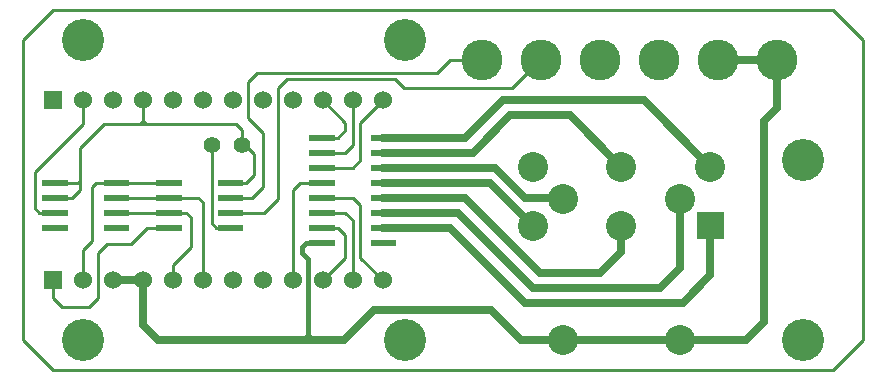
<source format=gtl>
G04 start of page 2 for group 0 idx 0 *
G04 Title: (unknown), top *
G04 Creator: pcb v4.3.0-g9dea9f5a *
G04 CreationDate: Fri Oct 27 19:37:28 2023 UTC *
G04 For: steve *
G04 Format: Gerber/RS-274X *
G04 PCB-Dimensions (mil): 3200.00 1400.00 *
G04 PCB-Coordinate-Origin: lower left *
%MOIN*%
%FSLAX25Y25*%
%LNGTL*%
%ADD23C,0.0300*%
%ADD22C,0.0380*%
%ADD21C,0.0500*%
%ADD20C,0.1300*%
%ADD19C,0.1360*%
%ADD18C,0.1400*%
%ADD17C,0.1000*%
%ADD16C,0.0550*%
%ADD15C,0.0600*%
%ADD14C,0.0001*%
%ADD13C,0.0150*%
%ADD12C,0.0250*%
%ADD11C,0.0100*%
G54D11*X40000Y22500D02*Y110000D01*
Y100000D01*
Y20000D02*Y27500D01*
Y105000D02*Y120000D01*
X50000Y130000D01*
X40000Y25000D02*Y20000D01*
X320000Y110000D02*Y20000D01*
X310000Y10000D01*
X312500Y12500D01*
X310000Y130000D02*X320000Y120000D01*
Y105000D01*
X50000Y130000D02*X72500D01*
X70000D02*X82500D01*
X310000D01*
X40000Y20000D02*X50000Y10000D01*
X72500D01*
X67500D02*X82500D01*
X310000D01*
X150000Y60000D02*Y40000D01*
X160000D02*X152500Y47500D01*
Y55000D02*Y47500D01*
X132500Y72500D02*X139750D01*
X150000Y77500D02*X139750D01*
X150000Y85000D02*X147500Y82500D01*
X139750D01*
G54D12*X132500Y20000D02*X137500D01*
G54D11*X135000Y22000D02*X133000Y20000D01*
X137000D01*
X135000D02*Y22000D01*
X137000Y20000D01*
G54D13*X135000Y47000D02*Y20000D01*
G54D12*X147000D02*X157000Y30000D01*
X182500Y57500D02*X207500Y32500D01*
X185000Y62500D02*X210000Y37500D01*
X187500Y67500D02*X212500Y42500D01*
X219800Y67500D02*X220000Y67300D01*
X172500Y62500D02*X185000D01*
X172500Y67500D02*X187500D01*
X160250Y72500D02*X195800D01*
X172500Y77500D02*X197500D01*
X207500Y67500D01*
X212500Y42500D02*X227500D01*
X195800Y72500D02*X210100Y58200D01*
X207500Y67500D02*X219800D01*
X239600Y58200D02*Y49600D01*
X259300Y67300D02*Y44300D01*
X252500Y37500D01*
X269200Y58200D02*Y41700D01*
X260000Y32500D01*
X239600Y49600D02*X232500Y42500D01*
X225000D01*
X210000Y37500D02*X252500D01*
X260000Y32500D02*X225000D01*
X207500D02*X227500D01*
X157000Y30000D02*X196000D01*
X206000Y20000D01*
X287000Y93000D02*Y26000D01*
X281000Y20000D01*
X206000D02*X281000D01*
G54D11*X140000Y100000D02*X147500Y92500D01*
Y90000D01*
X145000Y87500D01*
X139750D01*
X164000Y107000D02*X128000D01*
X125000Y104000D01*
X178000Y109000D02*X118000D01*
X125000Y104000D02*X127000Y106000D01*
G54D12*X160250Y87500D02*X187500D01*
X200000Y100000D01*
X172500Y82500D02*X190000D01*
X202500Y95000D01*
X222500D01*
X200000Y100000D02*X247100D01*
X269200Y77900D01*
X222500Y95000D02*X239600Y77900D01*
G54D11*X212815Y113500D02*X212500D01*
X193185D02*X182500D01*
X178000Y109000D01*
G54D12*X271870Y113500D02*X291555D01*
Y97555D01*
X287000Y93000D01*
G54D11*X212500Y113500D02*X203000Y104000D01*
X167000D01*
X164000Y107000D01*
X115000Y106000D02*Y105000D01*
X118000Y109000D02*X115000Y106000D01*
X160000Y100000D02*X152500Y92500D01*
Y80000D01*
X150000Y77500D01*
Y100000D02*Y85000D01*
G54D12*X160250Y82500D02*X175000D01*
X160250Y77500D02*X175000D01*
X160250Y67500D02*X175000D01*
X160250Y62500D02*X175000D01*
X160250Y57500D02*X182500D01*
G54D11*X117000Y82000D02*Y75000D01*
X116500Y67500D02*X120000Y71000D01*
Y83000D01*
X120500Y62500D02*X125000Y67000D01*
Y104000D01*
X120000Y82000D02*Y89000D01*
X115000Y94000D01*
Y106000D01*
X147500Y62500D02*X150000Y60000D01*
X139750Y67500D02*X150000D01*
X152500Y65000D01*
Y50000D01*
X148750Y61250D02*X150000Y60000D01*
X139750Y57500D02*X145000D01*
X147500Y55000D01*
X139750Y62500D02*X147500D01*
X109250Y72500D02*X114500D01*
X109250Y67500D02*X116500D01*
X109250Y62500D02*X120500D01*
X140000Y40000D02*X147500Y47500D01*
Y55000D01*
X130000Y40000D02*Y70000D01*
X132500Y72500D01*
G54D13*X139750Y52500D02*X134500D01*
X133000Y51000D01*
Y49000D01*
X135000Y47000D01*
G54D12*X80000Y30000D02*Y25000D01*
X85000Y20000D01*
G54D11*X62000Y31000D02*X65000Y34000D01*
G54D12*X70000Y40000D02*X79500D01*
X80000Y40500D01*
Y40000D02*Y28500D01*
G54D11*X50000Y34000D02*X53000Y31000D01*
X62000D01*
G54D12*X85000Y20000D02*X147000D01*
G54D11*X90000Y40000D02*Y45000D01*
X50000Y40000D02*Y34000D01*
X65000D02*Y43500D01*
X64500Y72500D02*X63000Y71000D01*
Y53000D01*
X65000Y40000D02*Y46000D01*
X68000Y52000D02*X65000Y49000D01*
Y44000D01*
X63000Y53000D02*X60000Y50000D01*
Y40000D01*
X50750Y67500D02*X56500D01*
X59000Y70000D01*
X52500Y72500D02*X58500D01*
X59000Y72000D01*
X58000Y72500D02*X58500D01*
X71250D02*X88750D01*
X103000Y85000D02*Y62000D01*
X109250Y57500D02*X104500D01*
X103000Y59000D01*
Y63000D01*
X71000Y72500D02*X64500D01*
X80000Y92000D02*X67000D01*
X78000D02*X101000D01*
X67000D02*X59000Y84000D01*
Y75000D01*
X114500Y72500D02*X117000Y75000D01*
X50750Y62500D02*X45500D01*
X44000Y64000D01*
Y76000D01*
X60000Y92000D01*
Y100000D01*
X59000Y70000D02*Y77000D01*
X58500Y72500D02*X59000Y73000D01*
X88750Y57500D02*X81500D01*
X76000Y52000D01*
X68000D01*
X90000Y45000D02*X96000Y51000D01*
Y59000D01*
X100000Y40000D02*Y64000D01*
X94500Y62500D02*X96000Y61000D01*
Y58000D01*
X71250Y67500D02*X98500D01*
X100000Y66000D01*
Y63000D01*
X71250Y62500D02*X94500D01*
X80000Y100000D02*Y92000D01*
X79000D02*X80000Y93000D01*
X81000Y92000D01*
X100000D02*X111000D01*
X113000Y90000D01*
Y85000D01*
X114000D01*
X117000Y82000D01*
G54D14*G36*
X47000Y43000D02*Y37000D01*
X53000D01*
Y43000D01*
X47000D01*
G37*
G54D15*X60000Y40000D03*
X70000D03*
X80000D03*
X90000D03*
X100000D03*
X110000D03*
X120000D03*
G54D14*G36*
X47000Y103000D02*Y97000D01*
X53000D01*
Y103000D01*
X47000D01*
G37*
G54D15*X60000Y100000D03*
X70000D03*
X80000D03*
X90000D03*
X100000D03*
X110000D03*
X120000D03*
X130000D03*
X140000D03*
X150000D03*
X160000D03*
G54D16*X103000Y85000D03*
X113000D03*
G54D15*X130000Y40000D03*
X140000D03*
X150000D03*
X160000D03*
G54D17*X210100Y58200D03*
X220000Y67300D03*
X210100Y77900D03*
X220000Y20000D03*
X239600Y77900D03*
Y58200D03*
X259300Y67300D03*
Y20000D03*
X269200Y77900D03*
G54D14*G36*
X264700Y62700D02*Y53700D01*
X273700D01*
Y62700D01*
X264700D01*
G37*
G36*
X105000Y58500D02*Y56500D01*
X113500D01*
Y58500D01*
X105000D01*
G37*
G36*
Y63500D02*Y61500D01*
X113500D01*
Y63500D01*
X105000D01*
G37*
G36*
Y68500D02*Y66500D01*
X113500D01*
Y68500D01*
X105000D01*
G37*
G36*
X84500Y73500D02*Y71500D01*
X93000D01*
Y73500D01*
X84500D01*
G37*
G36*
Y68500D02*Y66500D01*
X93000D01*
Y68500D01*
X84500D01*
G37*
G36*
Y63500D02*Y61500D01*
X93000D01*
Y63500D01*
X84500D01*
G37*
G36*
Y58500D02*Y56500D01*
X93000D01*
Y58500D01*
X84500D01*
G37*
G36*
X105000Y73500D02*Y71500D01*
X113500D01*
Y73500D01*
X105000D01*
G37*
G36*
X135500D02*Y71500D01*
X144000D01*
Y73500D01*
X135500D01*
G37*
G36*
Y68500D02*Y66500D01*
X144000D01*
Y68500D01*
X135500D01*
G37*
G36*
Y63500D02*Y61500D01*
X144000D01*
Y63500D01*
X135500D01*
G37*
G36*
Y58500D02*Y56500D01*
X144000D01*
Y58500D01*
X135500D01*
G37*
G36*
Y88500D02*Y86500D01*
X144000D01*
Y88500D01*
X135500D01*
G37*
G36*
Y83500D02*Y81500D01*
X144000D01*
Y83500D01*
X135500D01*
G37*
G36*
Y78500D02*Y76500D01*
X144000D01*
Y78500D01*
X135500D01*
G37*
G36*
Y53500D02*Y51500D01*
X144000D01*
Y53500D01*
X135500D01*
G37*
G36*
X156000D02*Y51500D01*
X164500D01*
Y53500D01*
X156000D01*
G37*
G36*
Y58500D02*Y56500D01*
X164500D01*
Y58500D01*
X156000D01*
G37*
G36*
Y63500D02*Y61500D01*
X164500D01*
Y63500D01*
X156000D01*
G37*
G36*
Y68500D02*Y66500D01*
X164500D01*
Y68500D01*
X156000D01*
G37*
G36*
Y73500D02*Y71500D01*
X164500D01*
Y73500D01*
X156000D01*
G37*
G36*
Y78500D02*Y76500D01*
X164500D01*
Y78500D01*
X156000D01*
G37*
G36*
Y83500D02*Y81500D01*
X164500D01*
Y83500D01*
X156000D01*
G37*
G36*
Y88500D02*Y86500D01*
X164500D01*
Y88500D01*
X156000D01*
G37*
G36*
X46500Y73500D02*Y71500D01*
X55000D01*
Y73500D01*
X46500D01*
G37*
G36*
Y68500D02*Y66500D01*
X55000D01*
Y68500D01*
X46500D01*
G37*
G36*
Y63500D02*Y61500D01*
X55000D01*
Y63500D01*
X46500D01*
G37*
G36*
X67000D02*Y61500D01*
X75500D01*
Y63500D01*
X67000D01*
G37*
G36*
X46500Y58500D02*Y56500D01*
X55000D01*
Y58500D01*
X46500D01*
G37*
G36*
X67000D02*Y56500D01*
X75500D01*
Y58500D01*
X67000D01*
G37*
G36*
Y68500D02*Y66500D01*
X75500D01*
Y68500D01*
X67000D01*
G37*
G36*
Y73500D02*Y71500D01*
X75500D01*
Y73500D01*
X67000D01*
G37*
G54D18*X167500Y120000D03*
G54D19*X212815Y113500D03*
X232500D03*
X193185D03*
G54D18*X167500Y20000D03*
X60000D03*
Y120000D03*
X300000Y20000D03*
Y80000D03*
G54D19*X252185Y113500D03*
X271870D03*
X291555D03*
G54D20*G54D21*G54D20*G54D21*G54D22*G54D23*G54D22*G54D15*M02*

</source>
